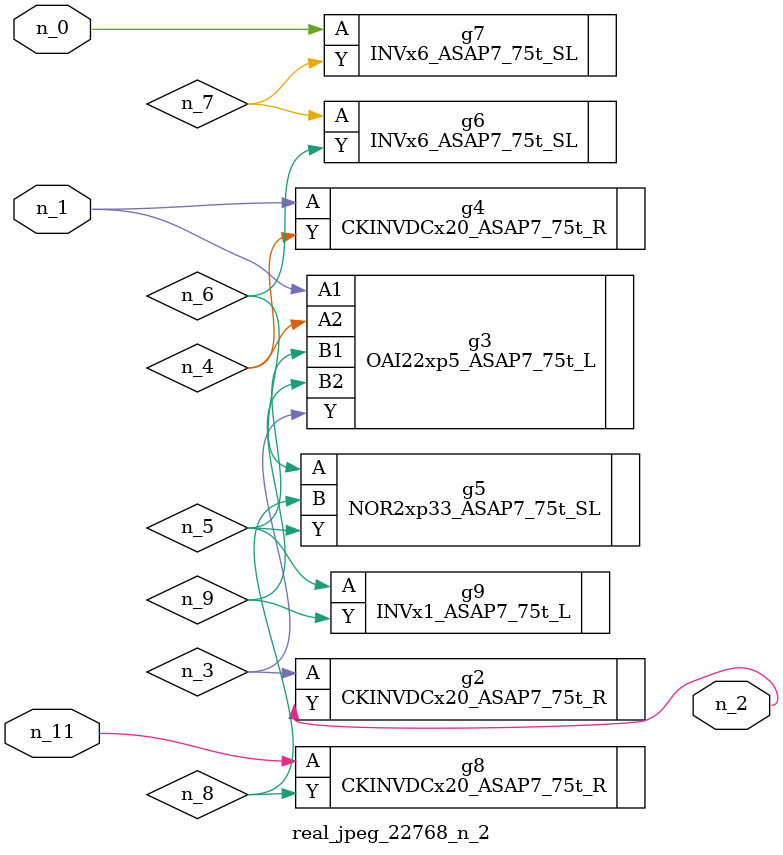
<source format=v>
module real_jpeg_22768_n_2 (n_1, n_11, n_0, n_2);

input n_1;
input n_11;
input n_0;

output n_2;

wire n_5;
wire n_4;
wire n_8;
wire n_6;
wire n_7;
wire n_3;
wire n_9;

INVx6_ASAP7_75t_SL g7 ( 
.A(n_0),
.Y(n_7)
);

OAI22xp5_ASAP7_75t_L g3 ( 
.A1(n_1),
.A2(n_4),
.B1(n_5),
.B2(n_9),
.Y(n_3)
);

CKINVDCx20_ASAP7_75t_R g4 ( 
.A(n_1),
.Y(n_4)
);

CKINVDCx20_ASAP7_75t_R g2 ( 
.A(n_3),
.Y(n_2)
);

INVx1_ASAP7_75t_L g9 ( 
.A(n_5),
.Y(n_9)
);

NOR2xp33_ASAP7_75t_SL g5 ( 
.A(n_6),
.B(n_8),
.Y(n_5)
);

INVx6_ASAP7_75t_SL g6 ( 
.A(n_7),
.Y(n_6)
);

CKINVDCx20_ASAP7_75t_R g8 ( 
.A(n_11),
.Y(n_8)
);


endmodule
</source>
